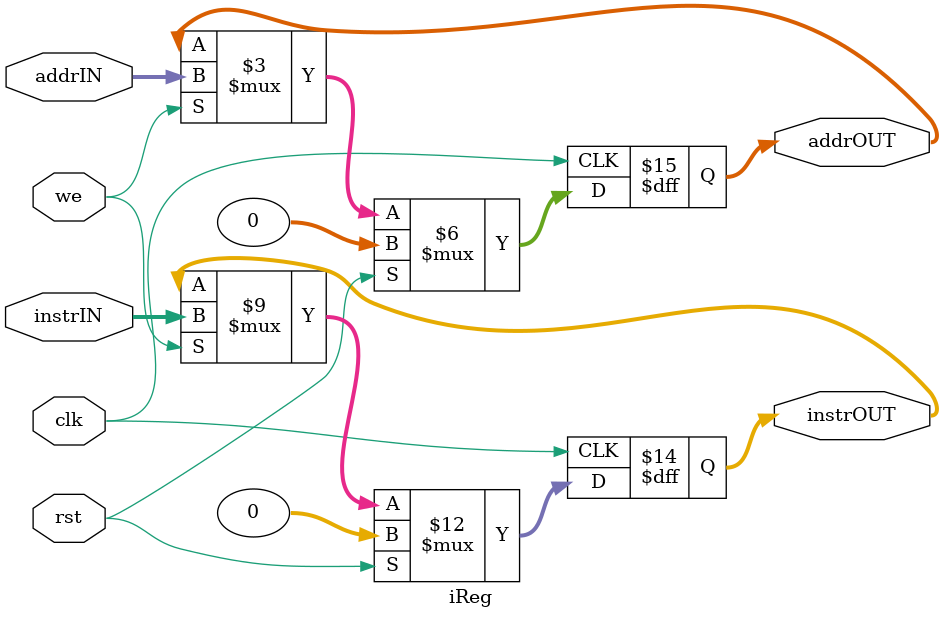
<source format=v>

module iReg(clk, rst, we, instrIN, addrIN, instrOUT, addrOUT);
	
  input clk, rst, we;
  input [31:0] instrIN, addrIN;
  output [31:0] instrOUT, addrOUT;
  reg [31:0] instrOUT, addrOUT; 

  always @ (posedge clk)
  begin
    if (rst)
      begin
	 	instrOUT <= 32'h0;
		addrOUT <= 32'h0;
	 end
    else if (we)
      begin
	 	instrOUT <= instrIN;
		addrOUT <= addrIN;
	 end
    else
      begin
	 	instrOUT <= instrOUT;
		addrOUT <= addrOUT;
	 end
  end
	
endmodule
</source>
